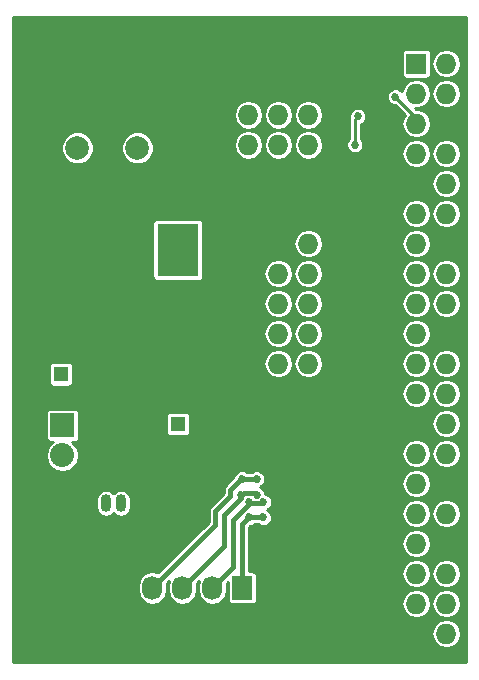
<source format=gbr>
G04 #@! TF.FileFunction,Copper,L2,Bot,Signal*
%FSLAX46Y46*%
G04 Gerber Fmt 4.6, Leading zero omitted, Abs format (unit mm)*
G04 Created by KiCad (PCBNEW 4.0.2-4+6225~38~ubuntu14.04.1-stable) date Tue 01 Mar 2016 05:51:26 PM CST*
%MOMM*%
G01*
G04 APERTURE LIST*
%ADD10C,0.100000*%
%ADD11R,1.727200X1.727200*%
%ADD12O,1.727200X1.727200*%
%ADD13R,3.500000X4.500000*%
%ADD14R,3.500000X4.000000*%
%ADD15R,4.000000X3.500000*%
%ADD16R,1.727200X2.032000*%
%ADD17O,1.727200X2.032000*%
%ADD18C,2.000000*%
%ADD19R,2.032000X2.032000*%
%ADD20O,2.032000X2.032000*%
%ADD21O,0.899160X1.501140*%
%ADD22C,1.300000*%
%ADD23R,1.300000X1.300000*%
%ADD24C,0.685800*%
%ADD25C,0.914400*%
%ADD26C,0.254000*%
%ADD27C,0.762000*%
%ADD28C,0.381000*%
G04 APERTURE END LIST*
D10*
D11*
X179578000Y-94996000D03*
D12*
X182118000Y-94996000D03*
X179578000Y-97536000D03*
X182118000Y-97536000D03*
X179578000Y-100076000D03*
X182118000Y-100076000D03*
X179578000Y-102616000D03*
X182118000Y-102616000D03*
X179578000Y-105156000D03*
X182118000Y-105156000D03*
X179578000Y-107696000D03*
X182118000Y-107696000D03*
X179578000Y-110236000D03*
X182118000Y-110236000D03*
X179578000Y-112776000D03*
X182118000Y-112776000D03*
X179578000Y-115316000D03*
X182118000Y-115316000D03*
X179578000Y-117856000D03*
X182118000Y-117856000D03*
X179578000Y-120396000D03*
X182118000Y-120396000D03*
X179578000Y-122936000D03*
X182118000Y-122936000D03*
X179578000Y-125476000D03*
X182118000Y-125476000D03*
X179578000Y-128016000D03*
X182118000Y-128016000D03*
X179578000Y-130556000D03*
X182118000Y-130556000D03*
X179578000Y-133096000D03*
X182118000Y-133096000D03*
X179578000Y-135636000D03*
X182118000Y-135636000D03*
X179578000Y-138176000D03*
X182118000Y-138176000D03*
X179578000Y-140716000D03*
X182118000Y-140716000D03*
X179578000Y-143256000D03*
X182118000Y-143256000D03*
D13*
X159362140Y-110744000D03*
D14*
X153362660Y-110744000D03*
D15*
X156362400Y-115443000D03*
D16*
X164846000Y-139369800D03*
D17*
X162306000Y-139369800D03*
X159766000Y-139369800D03*
X157226000Y-139369800D03*
D18*
X155956000Y-102108000D03*
X153416000Y-102108000D03*
X150876000Y-102108000D03*
D19*
X149606000Y-125603000D03*
D20*
X149606000Y-128143000D03*
D21*
X154559000Y-132207000D03*
X155829000Y-132207000D03*
X153289000Y-132207000D03*
D11*
X162814000Y-101854000D03*
D12*
X162814000Y-99314000D03*
X165354000Y-101854000D03*
X165354000Y-99314000D03*
X167894000Y-101854000D03*
X167894000Y-99314000D03*
X170434000Y-101854000D03*
X170434000Y-99314000D03*
D22*
X149479000Y-118785000D03*
D23*
X149479000Y-121285000D03*
D22*
X156885000Y-125476000D03*
D23*
X159385000Y-125476000D03*
D11*
X167894000Y-110236000D03*
D12*
X170434000Y-110236000D03*
X167894000Y-112776000D03*
X170434000Y-112776000D03*
X167894000Y-115316000D03*
X170434000Y-115316000D03*
X167894000Y-117856000D03*
X170434000Y-117856000D03*
X167894000Y-120396000D03*
X170434000Y-120396000D03*
D24*
X171450000Y-141478000D03*
D25*
X164084000Y-95631000D03*
X162306000Y-95631000D03*
X164084000Y-108331000D03*
X162306000Y-108331000D03*
D24*
X169164000Y-105156000D03*
X171196000Y-106934000D03*
X171704000Y-132588000D03*
X169672000Y-132588000D03*
X171704000Y-131064000D03*
X169672000Y-131064000D03*
X170688000Y-132588000D03*
X170688000Y-131064000D03*
X171704000Y-133858000D03*
X169672000Y-133858000D03*
X170688000Y-133858000D03*
X170688000Y-129794000D03*
X169672000Y-129794000D03*
X173482000Y-126746000D03*
X171704000Y-129794000D03*
X161671000Y-131318000D03*
X161671000Y-132207000D03*
X161671000Y-130302000D03*
X161671000Y-133223000D03*
D25*
X160909000Y-115443000D03*
D24*
X176784000Y-94488000D03*
X175514000Y-102870000D03*
X150749000Y-141859000D03*
X161925000Y-126619000D03*
X167894000Y-136779000D03*
X160274000Y-135255000D03*
X173482000Y-140462000D03*
X174371000Y-101854000D03*
X174625000Y-99441000D03*
X177800000Y-97790000D03*
X165404800Y-133400800D03*
X166624000Y-133400800D03*
X165404800Y-132105400D03*
X166624000Y-132105400D03*
X164744400Y-131495800D03*
X166039800Y-131470400D03*
X164795200Y-130149600D03*
X166039800Y-130149600D03*
D26*
X170688000Y-132588000D02*
X171704000Y-132588000D01*
X170688000Y-132588000D02*
X169672000Y-132588000D01*
X170688000Y-131064000D02*
X171704000Y-131064000D01*
X170688000Y-131064000D02*
X169672000Y-131064000D01*
X170688000Y-133858000D02*
X170688000Y-132588000D01*
X170688000Y-129794000D02*
X170688000Y-131064000D01*
X170688000Y-133858000D02*
X171704000Y-133858000D01*
X170688000Y-133858000D02*
X169672000Y-133858000D01*
X170688000Y-129794000D02*
X170688000Y-133858000D01*
X171704000Y-129794000D02*
X170688000Y-129794000D01*
X171704000Y-129794000D02*
X169672000Y-129794000D01*
X173482000Y-126746000D02*
X173482000Y-128016000D01*
X173482000Y-128016000D02*
X171704000Y-129794000D01*
D27*
X156362400Y-115443000D02*
X160909000Y-115443000D01*
D26*
X174371000Y-99695000D02*
X174371000Y-101854000D01*
X174625000Y-99441000D02*
X174371000Y-99695000D01*
X177800000Y-97790000D02*
X179578000Y-99568000D01*
X179578000Y-99568000D02*
X179578000Y-100076000D01*
X179578000Y-138176000D02*
X179324000Y-138176000D01*
D28*
X164846000Y-139369800D02*
X164846000Y-133959600D01*
X164846000Y-133959600D02*
X165404800Y-133400800D01*
X166624000Y-133400800D02*
X165404800Y-133400800D01*
X165404800Y-132105400D02*
X165404800Y-132283200D01*
X164084000Y-137591800D02*
X162306000Y-139369800D01*
X164084000Y-133604000D02*
X164084000Y-137591800D01*
X165404800Y-132283200D02*
X164084000Y-133604000D01*
X165404800Y-132105400D02*
X165506400Y-132105400D01*
X166522400Y-132207000D02*
X166624000Y-132105400D01*
X165608000Y-132207000D02*
X166522400Y-132207000D01*
X165506400Y-132105400D02*
X165608000Y-132207000D01*
X164744400Y-131495800D02*
X164744400Y-131800600D01*
X163322000Y-135813800D02*
X159766000Y-139369800D01*
X163322000Y-133223000D02*
X163322000Y-135813800D01*
X164744400Y-131800600D02*
X163322000Y-133223000D01*
X164744400Y-131495800D02*
X164820600Y-131495800D01*
X165938200Y-131368800D02*
X166039800Y-131470400D01*
X164947600Y-131368800D02*
X165938200Y-131368800D01*
X164820600Y-131495800D02*
X164947600Y-131368800D01*
X164795200Y-130149600D02*
X164744400Y-130149600D01*
X162560000Y-134035800D02*
X157226000Y-139369800D01*
X162560000Y-132842000D02*
X162560000Y-134035800D01*
X163830000Y-131572000D02*
X162560000Y-132842000D01*
X163830000Y-131064000D02*
X163830000Y-131572000D01*
X164744400Y-130149600D02*
X163830000Y-131064000D01*
X166039800Y-130149600D02*
X164795200Y-130149600D01*
D26*
G36*
X183769000Y-145669000D02*
X145415000Y-145669000D01*
X145415000Y-143256000D01*
X180849017Y-143256000D01*
X180943757Y-143732288D01*
X181213552Y-144136065D01*
X181617329Y-144405860D01*
X182093617Y-144500600D01*
X182142383Y-144500600D01*
X182618671Y-144405860D01*
X183022448Y-144136065D01*
X183292243Y-143732288D01*
X183386983Y-143256000D01*
X183292243Y-142779712D01*
X183022448Y-142375935D01*
X182618671Y-142106140D01*
X182142383Y-142011400D01*
X182093617Y-142011400D01*
X181617329Y-142106140D01*
X181213552Y-142375935D01*
X180943757Y-142779712D01*
X180849017Y-143256000D01*
X145415000Y-143256000D01*
X145415000Y-139190031D01*
X155981400Y-139190031D01*
X155981400Y-139549569D01*
X156076140Y-140025857D01*
X156345935Y-140429634D01*
X156749712Y-140699429D01*
X157226000Y-140794169D01*
X157702288Y-140699429D01*
X158106065Y-140429634D01*
X158375860Y-140025857D01*
X158470600Y-139549569D01*
X158470600Y-139190031D01*
X158428026Y-138975998D01*
X158597731Y-138806293D01*
X158521400Y-139190031D01*
X158521400Y-139549569D01*
X158616140Y-140025857D01*
X158885935Y-140429634D01*
X159289712Y-140699429D01*
X159766000Y-140794169D01*
X160242288Y-140699429D01*
X160646065Y-140429634D01*
X160915860Y-140025857D01*
X161010600Y-139549569D01*
X161010600Y-139190031D01*
X160968026Y-138975998D01*
X161137731Y-138806293D01*
X161061400Y-139190031D01*
X161061400Y-139549569D01*
X161156140Y-140025857D01*
X161425935Y-140429634D01*
X161829712Y-140699429D01*
X162306000Y-140794169D01*
X162782288Y-140699429D01*
X163186065Y-140429634D01*
X163455860Y-140025857D01*
X163550600Y-139549569D01*
X163550600Y-139190031D01*
X163508026Y-138975998D01*
X163593936Y-138890088D01*
X163593936Y-140385800D01*
X163620503Y-140526990D01*
X163703946Y-140656665D01*
X163831266Y-140743659D01*
X163982400Y-140774264D01*
X165709600Y-140774264D01*
X165850790Y-140747697D01*
X165900048Y-140716000D01*
X178309017Y-140716000D01*
X178403757Y-141192288D01*
X178673552Y-141596065D01*
X179077329Y-141865860D01*
X179553617Y-141960600D01*
X179602383Y-141960600D01*
X180078671Y-141865860D01*
X180482448Y-141596065D01*
X180752243Y-141192288D01*
X180846983Y-140716000D01*
X180849017Y-140716000D01*
X180943757Y-141192288D01*
X181213552Y-141596065D01*
X181617329Y-141865860D01*
X182093617Y-141960600D01*
X182142383Y-141960600D01*
X182618671Y-141865860D01*
X183022448Y-141596065D01*
X183292243Y-141192288D01*
X183386983Y-140716000D01*
X183292243Y-140239712D01*
X183022448Y-139835935D01*
X182618671Y-139566140D01*
X182142383Y-139471400D01*
X182093617Y-139471400D01*
X181617329Y-139566140D01*
X181213552Y-139835935D01*
X180943757Y-140239712D01*
X180849017Y-140716000D01*
X180846983Y-140716000D01*
X180752243Y-140239712D01*
X180482448Y-139835935D01*
X180078671Y-139566140D01*
X179602383Y-139471400D01*
X179553617Y-139471400D01*
X179077329Y-139566140D01*
X178673552Y-139835935D01*
X178403757Y-140239712D01*
X178309017Y-140716000D01*
X165900048Y-140716000D01*
X165980465Y-140664254D01*
X166067459Y-140536934D01*
X166098064Y-140385800D01*
X166098064Y-138353800D01*
X166071497Y-138212610D01*
X166047940Y-138176000D01*
X178309017Y-138176000D01*
X178403757Y-138652288D01*
X178673552Y-139056065D01*
X179077329Y-139325860D01*
X179553617Y-139420600D01*
X179602383Y-139420600D01*
X180078671Y-139325860D01*
X180482448Y-139056065D01*
X180752243Y-138652288D01*
X180846983Y-138176000D01*
X180849017Y-138176000D01*
X180943757Y-138652288D01*
X181213552Y-139056065D01*
X181617329Y-139325860D01*
X182093617Y-139420600D01*
X182142383Y-139420600D01*
X182618671Y-139325860D01*
X183022448Y-139056065D01*
X183292243Y-138652288D01*
X183386983Y-138176000D01*
X183292243Y-137699712D01*
X183022448Y-137295935D01*
X182618671Y-137026140D01*
X182142383Y-136931400D01*
X182093617Y-136931400D01*
X181617329Y-137026140D01*
X181213552Y-137295935D01*
X180943757Y-137699712D01*
X180849017Y-138176000D01*
X180846983Y-138176000D01*
X180752243Y-137699712D01*
X180482448Y-137295935D01*
X180078671Y-137026140D01*
X179602383Y-136931400D01*
X179553617Y-136931400D01*
X179077329Y-137026140D01*
X178673552Y-137295935D01*
X178403757Y-137699712D01*
X178309017Y-138176000D01*
X166047940Y-138176000D01*
X165988054Y-138082935D01*
X165860734Y-137995941D01*
X165709600Y-137965336D01*
X165417500Y-137965336D01*
X165417500Y-135636000D01*
X178309017Y-135636000D01*
X178403757Y-136112288D01*
X178673552Y-136516065D01*
X179077329Y-136785860D01*
X179553617Y-136880600D01*
X179602383Y-136880600D01*
X180078671Y-136785860D01*
X180482448Y-136516065D01*
X180752243Y-136112288D01*
X180846983Y-135636000D01*
X180752243Y-135159712D01*
X180482448Y-134755935D01*
X180078671Y-134486140D01*
X179602383Y-134391400D01*
X179553617Y-134391400D01*
X179077329Y-134486140D01*
X178673552Y-134755935D01*
X178403757Y-135159712D01*
X178309017Y-135636000D01*
X165417500Y-135636000D01*
X165417500Y-134196324D01*
X165489050Y-134124773D01*
X165548161Y-134124825D01*
X165814321Y-134014850D01*
X165856945Y-133972300D01*
X166171646Y-133972300D01*
X166213408Y-134014135D01*
X166479376Y-134124574D01*
X166767361Y-134124825D01*
X167033521Y-134014850D01*
X167237335Y-133811392D01*
X167347774Y-133545424D01*
X167348025Y-133257439D01*
X167281320Y-133096000D01*
X178309017Y-133096000D01*
X178403757Y-133572288D01*
X178673552Y-133976065D01*
X179077329Y-134245860D01*
X179553617Y-134340600D01*
X179602383Y-134340600D01*
X180078671Y-134245860D01*
X180482448Y-133976065D01*
X180752243Y-133572288D01*
X180846983Y-133096000D01*
X180849017Y-133096000D01*
X180943757Y-133572288D01*
X181213552Y-133976065D01*
X181617329Y-134245860D01*
X182093617Y-134340600D01*
X182142383Y-134340600D01*
X182618671Y-134245860D01*
X183022448Y-133976065D01*
X183292243Y-133572288D01*
X183386983Y-133096000D01*
X183292243Y-132619712D01*
X183022448Y-132215935D01*
X182618671Y-131946140D01*
X182142383Y-131851400D01*
X182093617Y-131851400D01*
X181617329Y-131946140D01*
X181213552Y-132215935D01*
X180943757Y-132619712D01*
X180849017Y-133096000D01*
X180846983Y-133096000D01*
X180752243Y-132619712D01*
X180482448Y-132215935D01*
X180078671Y-131946140D01*
X179602383Y-131851400D01*
X179553617Y-131851400D01*
X179077329Y-131946140D01*
X178673552Y-132215935D01*
X178403757Y-132619712D01*
X178309017Y-133096000D01*
X167281320Y-133096000D01*
X167238050Y-132991279D01*
X167034592Y-132787465D01*
X166951956Y-132753152D01*
X167033521Y-132719450D01*
X167237335Y-132515992D01*
X167347774Y-132250024D01*
X167348025Y-131962039D01*
X167238050Y-131695879D01*
X167034592Y-131492065D01*
X166768624Y-131381626D01*
X166763777Y-131381622D01*
X166763825Y-131327039D01*
X166653850Y-131060879D01*
X166450392Y-130857065D01*
X166337096Y-130810021D01*
X166449321Y-130763650D01*
X166653135Y-130560192D01*
X166654875Y-130556000D01*
X178309017Y-130556000D01*
X178403757Y-131032288D01*
X178673552Y-131436065D01*
X179077329Y-131705860D01*
X179553617Y-131800600D01*
X179602383Y-131800600D01*
X180078671Y-131705860D01*
X180482448Y-131436065D01*
X180752243Y-131032288D01*
X180846983Y-130556000D01*
X180752243Y-130079712D01*
X180482448Y-129675935D01*
X180078671Y-129406140D01*
X179602383Y-129311400D01*
X179553617Y-129311400D01*
X179077329Y-129406140D01*
X178673552Y-129675935D01*
X178403757Y-130079712D01*
X178309017Y-130556000D01*
X166654875Y-130556000D01*
X166763574Y-130294224D01*
X166763825Y-130006239D01*
X166653850Y-129740079D01*
X166450392Y-129536265D01*
X166184424Y-129425826D01*
X165896439Y-129425575D01*
X165630279Y-129535550D01*
X165587655Y-129578100D01*
X165247554Y-129578100D01*
X165205792Y-129536265D01*
X164939824Y-129425826D01*
X164651839Y-129425575D01*
X164385679Y-129535550D01*
X164181865Y-129739008D01*
X164071426Y-130004976D01*
X164071418Y-130014359D01*
X163425888Y-130659888D01*
X163302003Y-130845296D01*
X163302003Y-130845297D01*
X163258499Y-131064000D01*
X163258500Y-131064005D01*
X163258500Y-131335277D01*
X162155888Y-132437888D01*
X162032003Y-132623296D01*
X162032003Y-132623297D01*
X161988499Y-132842000D01*
X161988500Y-132842005D01*
X161988500Y-133799077D01*
X157729334Y-138058242D01*
X157702288Y-138040171D01*
X157226000Y-137945431D01*
X156749712Y-138040171D01*
X156345935Y-138309966D01*
X156076140Y-138713743D01*
X155981400Y-139190031D01*
X145415000Y-139190031D01*
X145415000Y-131883841D01*
X152458420Y-131883841D01*
X152458420Y-132530159D01*
X152521644Y-132848008D01*
X152701691Y-133117468D01*
X152971151Y-133297515D01*
X153289000Y-133360739D01*
X153606849Y-133297515D01*
X153876309Y-133117468D01*
X153924000Y-133046093D01*
X153971691Y-133117468D01*
X154241151Y-133297515D01*
X154559000Y-133360739D01*
X154876849Y-133297515D01*
X155146309Y-133117468D01*
X155326356Y-132848008D01*
X155389580Y-132530159D01*
X155389580Y-131883841D01*
X155326356Y-131565992D01*
X155146309Y-131296532D01*
X154876849Y-131116485D01*
X154559000Y-131053261D01*
X154241151Y-131116485D01*
X153971691Y-131296532D01*
X153924000Y-131367907D01*
X153876309Y-131296532D01*
X153606849Y-131116485D01*
X153289000Y-131053261D01*
X152971151Y-131116485D01*
X152701691Y-131296532D01*
X152521644Y-131565992D01*
X152458420Y-131883841D01*
X145415000Y-131883841D01*
X145415000Y-128143000D01*
X148181631Y-128143000D01*
X148287971Y-128677609D01*
X148590803Y-129130828D01*
X149044022Y-129433660D01*
X149578631Y-129540000D01*
X149633369Y-129540000D01*
X150167978Y-129433660D01*
X150621197Y-129130828D01*
X150924029Y-128677609D01*
X151030369Y-128143000D01*
X151005108Y-128016000D01*
X178309017Y-128016000D01*
X178403757Y-128492288D01*
X178673552Y-128896065D01*
X179077329Y-129165860D01*
X179553617Y-129260600D01*
X179602383Y-129260600D01*
X180078671Y-129165860D01*
X180482448Y-128896065D01*
X180752243Y-128492288D01*
X180846983Y-128016000D01*
X180849017Y-128016000D01*
X180943757Y-128492288D01*
X181213552Y-128896065D01*
X181617329Y-129165860D01*
X182093617Y-129260600D01*
X182142383Y-129260600D01*
X182618671Y-129165860D01*
X183022448Y-128896065D01*
X183292243Y-128492288D01*
X183386983Y-128016000D01*
X183292243Y-127539712D01*
X183022448Y-127135935D01*
X182618671Y-126866140D01*
X182142383Y-126771400D01*
X182093617Y-126771400D01*
X181617329Y-126866140D01*
X181213552Y-127135935D01*
X180943757Y-127539712D01*
X180849017Y-128016000D01*
X180846983Y-128016000D01*
X180752243Y-127539712D01*
X180482448Y-127135935D01*
X180078671Y-126866140D01*
X179602383Y-126771400D01*
X179553617Y-126771400D01*
X179077329Y-126866140D01*
X178673552Y-127135935D01*
X178403757Y-127539712D01*
X178309017Y-128016000D01*
X151005108Y-128016000D01*
X150924029Y-127608391D01*
X150621197Y-127155172D01*
X150400137Y-127007464D01*
X150622000Y-127007464D01*
X150763190Y-126980897D01*
X150892865Y-126897454D01*
X150979859Y-126770134D01*
X151010464Y-126619000D01*
X151010464Y-124826000D01*
X158346536Y-124826000D01*
X158346536Y-126126000D01*
X158373103Y-126267190D01*
X158456546Y-126396865D01*
X158583866Y-126483859D01*
X158735000Y-126514464D01*
X160035000Y-126514464D01*
X160176190Y-126487897D01*
X160305865Y-126404454D01*
X160392859Y-126277134D01*
X160423464Y-126126000D01*
X160423464Y-125476000D01*
X180849017Y-125476000D01*
X180943757Y-125952288D01*
X181213552Y-126356065D01*
X181617329Y-126625860D01*
X182093617Y-126720600D01*
X182142383Y-126720600D01*
X182618671Y-126625860D01*
X183022448Y-126356065D01*
X183292243Y-125952288D01*
X183386983Y-125476000D01*
X183292243Y-124999712D01*
X183022448Y-124595935D01*
X182618671Y-124326140D01*
X182142383Y-124231400D01*
X182093617Y-124231400D01*
X181617329Y-124326140D01*
X181213552Y-124595935D01*
X180943757Y-124999712D01*
X180849017Y-125476000D01*
X160423464Y-125476000D01*
X160423464Y-124826000D01*
X160396897Y-124684810D01*
X160313454Y-124555135D01*
X160186134Y-124468141D01*
X160035000Y-124437536D01*
X158735000Y-124437536D01*
X158593810Y-124464103D01*
X158464135Y-124547546D01*
X158377141Y-124674866D01*
X158346536Y-124826000D01*
X151010464Y-124826000D01*
X151010464Y-124587000D01*
X150983897Y-124445810D01*
X150900454Y-124316135D01*
X150773134Y-124229141D01*
X150622000Y-124198536D01*
X148590000Y-124198536D01*
X148448810Y-124225103D01*
X148319135Y-124308546D01*
X148232141Y-124435866D01*
X148201536Y-124587000D01*
X148201536Y-126619000D01*
X148228103Y-126760190D01*
X148311546Y-126889865D01*
X148438866Y-126976859D01*
X148590000Y-127007464D01*
X148811863Y-127007464D01*
X148590803Y-127155172D01*
X148287971Y-127608391D01*
X148181631Y-128143000D01*
X145415000Y-128143000D01*
X145415000Y-122936000D01*
X178309017Y-122936000D01*
X178403757Y-123412288D01*
X178673552Y-123816065D01*
X179077329Y-124085860D01*
X179553617Y-124180600D01*
X179602383Y-124180600D01*
X180078671Y-124085860D01*
X180482448Y-123816065D01*
X180752243Y-123412288D01*
X180846983Y-122936000D01*
X180849017Y-122936000D01*
X180943757Y-123412288D01*
X181213552Y-123816065D01*
X181617329Y-124085860D01*
X182093617Y-124180600D01*
X182142383Y-124180600D01*
X182618671Y-124085860D01*
X183022448Y-123816065D01*
X183292243Y-123412288D01*
X183386983Y-122936000D01*
X183292243Y-122459712D01*
X183022448Y-122055935D01*
X182618671Y-121786140D01*
X182142383Y-121691400D01*
X182093617Y-121691400D01*
X181617329Y-121786140D01*
X181213552Y-122055935D01*
X180943757Y-122459712D01*
X180849017Y-122936000D01*
X180846983Y-122936000D01*
X180752243Y-122459712D01*
X180482448Y-122055935D01*
X180078671Y-121786140D01*
X179602383Y-121691400D01*
X179553617Y-121691400D01*
X179077329Y-121786140D01*
X178673552Y-122055935D01*
X178403757Y-122459712D01*
X178309017Y-122936000D01*
X145415000Y-122936000D01*
X145415000Y-120635000D01*
X148440536Y-120635000D01*
X148440536Y-121935000D01*
X148467103Y-122076190D01*
X148550546Y-122205865D01*
X148677866Y-122292859D01*
X148829000Y-122323464D01*
X150129000Y-122323464D01*
X150270190Y-122296897D01*
X150399865Y-122213454D01*
X150486859Y-122086134D01*
X150517464Y-121935000D01*
X150517464Y-120635000D01*
X150490897Y-120493810D01*
X150427959Y-120396000D01*
X166625017Y-120396000D01*
X166719757Y-120872288D01*
X166989552Y-121276065D01*
X167393329Y-121545860D01*
X167869617Y-121640600D01*
X167918383Y-121640600D01*
X168394671Y-121545860D01*
X168798448Y-121276065D01*
X169068243Y-120872288D01*
X169162983Y-120396000D01*
X169165017Y-120396000D01*
X169259757Y-120872288D01*
X169529552Y-121276065D01*
X169933329Y-121545860D01*
X170409617Y-121640600D01*
X170458383Y-121640600D01*
X170934671Y-121545860D01*
X171338448Y-121276065D01*
X171608243Y-120872288D01*
X171702983Y-120396000D01*
X178309017Y-120396000D01*
X178403757Y-120872288D01*
X178673552Y-121276065D01*
X179077329Y-121545860D01*
X179553617Y-121640600D01*
X179602383Y-121640600D01*
X180078671Y-121545860D01*
X180482448Y-121276065D01*
X180752243Y-120872288D01*
X180846983Y-120396000D01*
X180849017Y-120396000D01*
X180943757Y-120872288D01*
X181213552Y-121276065D01*
X181617329Y-121545860D01*
X182093617Y-121640600D01*
X182142383Y-121640600D01*
X182618671Y-121545860D01*
X183022448Y-121276065D01*
X183292243Y-120872288D01*
X183386983Y-120396000D01*
X183292243Y-119919712D01*
X183022448Y-119515935D01*
X182618671Y-119246140D01*
X182142383Y-119151400D01*
X182093617Y-119151400D01*
X181617329Y-119246140D01*
X181213552Y-119515935D01*
X180943757Y-119919712D01*
X180849017Y-120396000D01*
X180846983Y-120396000D01*
X180752243Y-119919712D01*
X180482448Y-119515935D01*
X180078671Y-119246140D01*
X179602383Y-119151400D01*
X179553617Y-119151400D01*
X179077329Y-119246140D01*
X178673552Y-119515935D01*
X178403757Y-119919712D01*
X178309017Y-120396000D01*
X171702983Y-120396000D01*
X171608243Y-119919712D01*
X171338448Y-119515935D01*
X170934671Y-119246140D01*
X170458383Y-119151400D01*
X170409617Y-119151400D01*
X169933329Y-119246140D01*
X169529552Y-119515935D01*
X169259757Y-119919712D01*
X169165017Y-120396000D01*
X169162983Y-120396000D01*
X169068243Y-119919712D01*
X168798448Y-119515935D01*
X168394671Y-119246140D01*
X167918383Y-119151400D01*
X167869617Y-119151400D01*
X167393329Y-119246140D01*
X166989552Y-119515935D01*
X166719757Y-119919712D01*
X166625017Y-120396000D01*
X150427959Y-120396000D01*
X150407454Y-120364135D01*
X150280134Y-120277141D01*
X150129000Y-120246536D01*
X148829000Y-120246536D01*
X148687810Y-120273103D01*
X148558135Y-120356546D01*
X148471141Y-120483866D01*
X148440536Y-120635000D01*
X145415000Y-120635000D01*
X145415000Y-117856000D01*
X166625017Y-117856000D01*
X166719757Y-118332288D01*
X166989552Y-118736065D01*
X167393329Y-119005860D01*
X167869617Y-119100600D01*
X167918383Y-119100600D01*
X168394671Y-119005860D01*
X168798448Y-118736065D01*
X169068243Y-118332288D01*
X169162983Y-117856000D01*
X169165017Y-117856000D01*
X169259757Y-118332288D01*
X169529552Y-118736065D01*
X169933329Y-119005860D01*
X170409617Y-119100600D01*
X170458383Y-119100600D01*
X170934671Y-119005860D01*
X171338448Y-118736065D01*
X171608243Y-118332288D01*
X171702983Y-117856000D01*
X178309017Y-117856000D01*
X178403757Y-118332288D01*
X178673552Y-118736065D01*
X179077329Y-119005860D01*
X179553617Y-119100600D01*
X179602383Y-119100600D01*
X180078671Y-119005860D01*
X180482448Y-118736065D01*
X180752243Y-118332288D01*
X180846983Y-117856000D01*
X180752243Y-117379712D01*
X180482448Y-116975935D01*
X180078671Y-116706140D01*
X179602383Y-116611400D01*
X179553617Y-116611400D01*
X179077329Y-116706140D01*
X178673552Y-116975935D01*
X178403757Y-117379712D01*
X178309017Y-117856000D01*
X171702983Y-117856000D01*
X171608243Y-117379712D01*
X171338448Y-116975935D01*
X170934671Y-116706140D01*
X170458383Y-116611400D01*
X170409617Y-116611400D01*
X169933329Y-116706140D01*
X169529552Y-116975935D01*
X169259757Y-117379712D01*
X169165017Y-117856000D01*
X169162983Y-117856000D01*
X169068243Y-117379712D01*
X168798448Y-116975935D01*
X168394671Y-116706140D01*
X167918383Y-116611400D01*
X167869617Y-116611400D01*
X167393329Y-116706140D01*
X166989552Y-116975935D01*
X166719757Y-117379712D01*
X166625017Y-117856000D01*
X145415000Y-117856000D01*
X145415000Y-115316000D01*
X166625017Y-115316000D01*
X166719757Y-115792288D01*
X166989552Y-116196065D01*
X167393329Y-116465860D01*
X167869617Y-116560600D01*
X167918383Y-116560600D01*
X168394671Y-116465860D01*
X168798448Y-116196065D01*
X169068243Y-115792288D01*
X169162983Y-115316000D01*
X169165017Y-115316000D01*
X169259757Y-115792288D01*
X169529552Y-116196065D01*
X169933329Y-116465860D01*
X170409617Y-116560600D01*
X170458383Y-116560600D01*
X170934671Y-116465860D01*
X171338448Y-116196065D01*
X171608243Y-115792288D01*
X171702983Y-115316000D01*
X178309017Y-115316000D01*
X178403757Y-115792288D01*
X178673552Y-116196065D01*
X179077329Y-116465860D01*
X179553617Y-116560600D01*
X179602383Y-116560600D01*
X180078671Y-116465860D01*
X180482448Y-116196065D01*
X180752243Y-115792288D01*
X180846983Y-115316000D01*
X180849017Y-115316000D01*
X180943757Y-115792288D01*
X181213552Y-116196065D01*
X181617329Y-116465860D01*
X182093617Y-116560600D01*
X182142383Y-116560600D01*
X182618671Y-116465860D01*
X183022448Y-116196065D01*
X183292243Y-115792288D01*
X183386983Y-115316000D01*
X183292243Y-114839712D01*
X183022448Y-114435935D01*
X182618671Y-114166140D01*
X182142383Y-114071400D01*
X182093617Y-114071400D01*
X181617329Y-114166140D01*
X181213552Y-114435935D01*
X180943757Y-114839712D01*
X180849017Y-115316000D01*
X180846983Y-115316000D01*
X180752243Y-114839712D01*
X180482448Y-114435935D01*
X180078671Y-114166140D01*
X179602383Y-114071400D01*
X179553617Y-114071400D01*
X179077329Y-114166140D01*
X178673552Y-114435935D01*
X178403757Y-114839712D01*
X178309017Y-115316000D01*
X171702983Y-115316000D01*
X171608243Y-114839712D01*
X171338448Y-114435935D01*
X170934671Y-114166140D01*
X170458383Y-114071400D01*
X170409617Y-114071400D01*
X169933329Y-114166140D01*
X169529552Y-114435935D01*
X169259757Y-114839712D01*
X169165017Y-115316000D01*
X169162983Y-115316000D01*
X169068243Y-114839712D01*
X168798448Y-114435935D01*
X168394671Y-114166140D01*
X167918383Y-114071400D01*
X167869617Y-114071400D01*
X167393329Y-114166140D01*
X166989552Y-114435935D01*
X166719757Y-114839712D01*
X166625017Y-115316000D01*
X145415000Y-115316000D01*
X145415000Y-108494000D01*
X157223676Y-108494000D01*
X157223676Y-112994000D01*
X157250243Y-113135190D01*
X157333686Y-113264865D01*
X157461006Y-113351859D01*
X157612140Y-113382464D01*
X161112140Y-113382464D01*
X161253330Y-113355897D01*
X161383005Y-113272454D01*
X161469999Y-113145134D01*
X161500604Y-112994000D01*
X161500604Y-112776000D01*
X166625017Y-112776000D01*
X166719757Y-113252288D01*
X166989552Y-113656065D01*
X167393329Y-113925860D01*
X167869617Y-114020600D01*
X167918383Y-114020600D01*
X168394671Y-113925860D01*
X168798448Y-113656065D01*
X169068243Y-113252288D01*
X169162983Y-112776000D01*
X169165017Y-112776000D01*
X169259757Y-113252288D01*
X169529552Y-113656065D01*
X169933329Y-113925860D01*
X170409617Y-114020600D01*
X170458383Y-114020600D01*
X170934671Y-113925860D01*
X171338448Y-113656065D01*
X171608243Y-113252288D01*
X171702983Y-112776000D01*
X178309017Y-112776000D01*
X178403757Y-113252288D01*
X178673552Y-113656065D01*
X179077329Y-113925860D01*
X179553617Y-114020600D01*
X179602383Y-114020600D01*
X180078671Y-113925860D01*
X180482448Y-113656065D01*
X180752243Y-113252288D01*
X180846983Y-112776000D01*
X180849017Y-112776000D01*
X180943757Y-113252288D01*
X181213552Y-113656065D01*
X181617329Y-113925860D01*
X182093617Y-114020600D01*
X182142383Y-114020600D01*
X182618671Y-113925860D01*
X183022448Y-113656065D01*
X183292243Y-113252288D01*
X183386983Y-112776000D01*
X183292243Y-112299712D01*
X183022448Y-111895935D01*
X182618671Y-111626140D01*
X182142383Y-111531400D01*
X182093617Y-111531400D01*
X181617329Y-111626140D01*
X181213552Y-111895935D01*
X180943757Y-112299712D01*
X180849017Y-112776000D01*
X180846983Y-112776000D01*
X180752243Y-112299712D01*
X180482448Y-111895935D01*
X180078671Y-111626140D01*
X179602383Y-111531400D01*
X179553617Y-111531400D01*
X179077329Y-111626140D01*
X178673552Y-111895935D01*
X178403757Y-112299712D01*
X178309017Y-112776000D01*
X171702983Y-112776000D01*
X171608243Y-112299712D01*
X171338448Y-111895935D01*
X170934671Y-111626140D01*
X170458383Y-111531400D01*
X170409617Y-111531400D01*
X169933329Y-111626140D01*
X169529552Y-111895935D01*
X169259757Y-112299712D01*
X169165017Y-112776000D01*
X169162983Y-112776000D01*
X169068243Y-112299712D01*
X168798448Y-111895935D01*
X168394671Y-111626140D01*
X167918383Y-111531400D01*
X167869617Y-111531400D01*
X167393329Y-111626140D01*
X166989552Y-111895935D01*
X166719757Y-112299712D01*
X166625017Y-112776000D01*
X161500604Y-112776000D01*
X161500604Y-110236000D01*
X169165017Y-110236000D01*
X169259757Y-110712288D01*
X169529552Y-111116065D01*
X169933329Y-111385860D01*
X170409617Y-111480600D01*
X170458383Y-111480600D01*
X170934671Y-111385860D01*
X171338448Y-111116065D01*
X171608243Y-110712288D01*
X171702983Y-110236000D01*
X178309017Y-110236000D01*
X178403757Y-110712288D01*
X178673552Y-111116065D01*
X179077329Y-111385860D01*
X179553617Y-111480600D01*
X179602383Y-111480600D01*
X180078671Y-111385860D01*
X180482448Y-111116065D01*
X180752243Y-110712288D01*
X180846983Y-110236000D01*
X180752243Y-109759712D01*
X180482448Y-109355935D01*
X180078671Y-109086140D01*
X179602383Y-108991400D01*
X179553617Y-108991400D01*
X179077329Y-109086140D01*
X178673552Y-109355935D01*
X178403757Y-109759712D01*
X178309017Y-110236000D01*
X171702983Y-110236000D01*
X171608243Y-109759712D01*
X171338448Y-109355935D01*
X170934671Y-109086140D01*
X170458383Y-108991400D01*
X170409617Y-108991400D01*
X169933329Y-109086140D01*
X169529552Y-109355935D01*
X169259757Y-109759712D01*
X169165017Y-110236000D01*
X161500604Y-110236000D01*
X161500604Y-108494000D01*
X161474037Y-108352810D01*
X161390594Y-108223135D01*
X161263274Y-108136141D01*
X161112140Y-108105536D01*
X157612140Y-108105536D01*
X157470950Y-108132103D01*
X157341275Y-108215546D01*
X157254281Y-108342866D01*
X157223676Y-108494000D01*
X145415000Y-108494000D01*
X145415000Y-107696000D01*
X178309017Y-107696000D01*
X178403757Y-108172288D01*
X178673552Y-108576065D01*
X179077329Y-108845860D01*
X179553617Y-108940600D01*
X179602383Y-108940600D01*
X180078671Y-108845860D01*
X180482448Y-108576065D01*
X180752243Y-108172288D01*
X180846983Y-107696000D01*
X180849017Y-107696000D01*
X180943757Y-108172288D01*
X181213552Y-108576065D01*
X181617329Y-108845860D01*
X182093617Y-108940600D01*
X182142383Y-108940600D01*
X182618671Y-108845860D01*
X183022448Y-108576065D01*
X183292243Y-108172288D01*
X183386983Y-107696000D01*
X183292243Y-107219712D01*
X183022448Y-106815935D01*
X182618671Y-106546140D01*
X182142383Y-106451400D01*
X182093617Y-106451400D01*
X181617329Y-106546140D01*
X181213552Y-106815935D01*
X180943757Y-107219712D01*
X180849017Y-107696000D01*
X180846983Y-107696000D01*
X180752243Y-107219712D01*
X180482448Y-106815935D01*
X180078671Y-106546140D01*
X179602383Y-106451400D01*
X179553617Y-106451400D01*
X179077329Y-106546140D01*
X178673552Y-106815935D01*
X178403757Y-107219712D01*
X178309017Y-107696000D01*
X145415000Y-107696000D01*
X145415000Y-105156000D01*
X180849017Y-105156000D01*
X180943757Y-105632288D01*
X181213552Y-106036065D01*
X181617329Y-106305860D01*
X182093617Y-106400600D01*
X182142383Y-106400600D01*
X182618671Y-106305860D01*
X183022448Y-106036065D01*
X183292243Y-105632288D01*
X183386983Y-105156000D01*
X183292243Y-104679712D01*
X183022448Y-104275935D01*
X182618671Y-104006140D01*
X182142383Y-103911400D01*
X182093617Y-103911400D01*
X181617329Y-104006140D01*
X181213552Y-104275935D01*
X180943757Y-104679712D01*
X180849017Y-105156000D01*
X145415000Y-105156000D01*
X145415000Y-102381493D01*
X149494761Y-102381493D01*
X149704563Y-102889251D01*
X150092705Y-103278072D01*
X150600097Y-103488759D01*
X151149493Y-103489239D01*
X151657251Y-103279437D01*
X152046072Y-102891295D01*
X152256759Y-102383903D01*
X152256761Y-102381493D01*
X154574761Y-102381493D01*
X154784563Y-102889251D01*
X155172705Y-103278072D01*
X155680097Y-103488759D01*
X156229493Y-103489239D01*
X156737251Y-103279437D01*
X157126072Y-102891295D01*
X157336759Y-102383903D01*
X157337239Y-101834507D01*
X157335219Y-101829617D01*
X164109400Y-101829617D01*
X164109400Y-101878383D01*
X164204140Y-102354671D01*
X164473935Y-102758448D01*
X164877712Y-103028243D01*
X165354000Y-103122983D01*
X165830288Y-103028243D01*
X166234065Y-102758448D01*
X166503860Y-102354671D01*
X166598600Y-101878383D01*
X166598600Y-101829617D01*
X166649400Y-101829617D01*
X166649400Y-101878383D01*
X166744140Y-102354671D01*
X167013935Y-102758448D01*
X167417712Y-103028243D01*
X167894000Y-103122983D01*
X168370288Y-103028243D01*
X168774065Y-102758448D01*
X169043860Y-102354671D01*
X169138600Y-101878383D01*
X169138600Y-101829617D01*
X169189400Y-101829617D01*
X169189400Y-101878383D01*
X169284140Y-102354671D01*
X169553935Y-102758448D01*
X169957712Y-103028243D01*
X170434000Y-103122983D01*
X170910288Y-103028243D01*
X171314065Y-102758448D01*
X171409245Y-102616000D01*
X178309017Y-102616000D01*
X178403757Y-103092288D01*
X178673552Y-103496065D01*
X179077329Y-103765860D01*
X179553617Y-103860600D01*
X179602383Y-103860600D01*
X180078671Y-103765860D01*
X180482448Y-103496065D01*
X180752243Y-103092288D01*
X180846983Y-102616000D01*
X180849017Y-102616000D01*
X180943757Y-103092288D01*
X181213552Y-103496065D01*
X181617329Y-103765860D01*
X182093617Y-103860600D01*
X182142383Y-103860600D01*
X182618671Y-103765860D01*
X183022448Y-103496065D01*
X183292243Y-103092288D01*
X183386983Y-102616000D01*
X183292243Y-102139712D01*
X183022448Y-101735935D01*
X182618671Y-101466140D01*
X182142383Y-101371400D01*
X182093617Y-101371400D01*
X181617329Y-101466140D01*
X181213552Y-101735935D01*
X180943757Y-102139712D01*
X180849017Y-102616000D01*
X180846983Y-102616000D01*
X180752243Y-102139712D01*
X180482448Y-101735935D01*
X180078671Y-101466140D01*
X179602383Y-101371400D01*
X179553617Y-101371400D01*
X179077329Y-101466140D01*
X178673552Y-101735935D01*
X178403757Y-102139712D01*
X178309017Y-102616000D01*
X171409245Y-102616000D01*
X171583860Y-102354671D01*
X171654933Y-101997361D01*
X173646975Y-101997361D01*
X173756950Y-102263521D01*
X173960408Y-102467335D01*
X174226376Y-102577774D01*
X174514361Y-102578025D01*
X174780521Y-102468050D01*
X174984335Y-102264592D01*
X175094774Y-101998624D01*
X175095025Y-101710639D01*
X174985050Y-101444479D01*
X174879000Y-101338243D01*
X174879000Y-100119310D01*
X175034521Y-100055050D01*
X175238335Y-99851592D01*
X175348774Y-99585624D01*
X175349025Y-99297639D01*
X175239050Y-99031479D01*
X175035592Y-98827665D01*
X174769624Y-98717226D01*
X174481639Y-98716975D01*
X174215479Y-98826950D01*
X174011665Y-99030408D01*
X173901226Y-99296376D01*
X173901045Y-99503733D01*
X173863000Y-99695000D01*
X173863000Y-101338257D01*
X173757665Y-101443408D01*
X173647226Y-101709376D01*
X173646975Y-101997361D01*
X171654933Y-101997361D01*
X171678600Y-101878383D01*
X171678600Y-101829617D01*
X171583860Y-101353329D01*
X171314065Y-100949552D01*
X170910288Y-100679757D01*
X170434000Y-100585017D01*
X169957712Y-100679757D01*
X169553935Y-100949552D01*
X169284140Y-101353329D01*
X169189400Y-101829617D01*
X169138600Y-101829617D01*
X169043860Y-101353329D01*
X168774065Y-100949552D01*
X168370288Y-100679757D01*
X167894000Y-100585017D01*
X167417712Y-100679757D01*
X167013935Y-100949552D01*
X166744140Y-101353329D01*
X166649400Y-101829617D01*
X166598600Y-101829617D01*
X166503860Y-101353329D01*
X166234065Y-100949552D01*
X165830288Y-100679757D01*
X165354000Y-100585017D01*
X164877712Y-100679757D01*
X164473935Y-100949552D01*
X164204140Y-101353329D01*
X164109400Y-101829617D01*
X157335219Y-101829617D01*
X157127437Y-101326749D01*
X156739295Y-100937928D01*
X156231903Y-100727241D01*
X155682507Y-100726761D01*
X155174749Y-100936563D01*
X154785928Y-101324705D01*
X154575241Y-101832097D01*
X154574761Y-102381493D01*
X152256761Y-102381493D01*
X152257239Y-101834507D01*
X152047437Y-101326749D01*
X151659295Y-100937928D01*
X151151903Y-100727241D01*
X150602507Y-100726761D01*
X150094749Y-100936563D01*
X149705928Y-101324705D01*
X149495241Y-101832097D01*
X149494761Y-102381493D01*
X145415000Y-102381493D01*
X145415000Y-99289617D01*
X164109400Y-99289617D01*
X164109400Y-99338383D01*
X164204140Y-99814671D01*
X164473935Y-100218448D01*
X164877712Y-100488243D01*
X165354000Y-100582983D01*
X165830288Y-100488243D01*
X166234065Y-100218448D01*
X166503860Y-99814671D01*
X166598600Y-99338383D01*
X166598600Y-99289617D01*
X166649400Y-99289617D01*
X166649400Y-99338383D01*
X166744140Y-99814671D01*
X167013935Y-100218448D01*
X167417712Y-100488243D01*
X167894000Y-100582983D01*
X168370288Y-100488243D01*
X168774065Y-100218448D01*
X169043860Y-99814671D01*
X169138600Y-99338383D01*
X169138600Y-99289617D01*
X169189400Y-99289617D01*
X169189400Y-99338383D01*
X169284140Y-99814671D01*
X169553935Y-100218448D01*
X169957712Y-100488243D01*
X170434000Y-100582983D01*
X170910288Y-100488243D01*
X171314065Y-100218448D01*
X171583860Y-99814671D01*
X171678600Y-99338383D01*
X171678600Y-99289617D01*
X171583860Y-98813329D01*
X171314065Y-98409552D01*
X170910288Y-98139757D01*
X170434000Y-98045017D01*
X169957712Y-98139757D01*
X169553935Y-98409552D01*
X169284140Y-98813329D01*
X169189400Y-99289617D01*
X169138600Y-99289617D01*
X169043860Y-98813329D01*
X168774065Y-98409552D01*
X168370288Y-98139757D01*
X167894000Y-98045017D01*
X167417712Y-98139757D01*
X167013935Y-98409552D01*
X166744140Y-98813329D01*
X166649400Y-99289617D01*
X166598600Y-99289617D01*
X166503860Y-98813329D01*
X166234065Y-98409552D01*
X165830288Y-98139757D01*
X165354000Y-98045017D01*
X164877712Y-98139757D01*
X164473935Y-98409552D01*
X164204140Y-98813329D01*
X164109400Y-99289617D01*
X145415000Y-99289617D01*
X145415000Y-97933361D01*
X177075975Y-97933361D01*
X177185950Y-98199521D01*
X177389408Y-98403335D01*
X177655376Y-98513774D01*
X177805485Y-98513905D01*
X178599036Y-99307456D01*
X178403757Y-99599712D01*
X178309017Y-100076000D01*
X178403757Y-100552288D01*
X178673552Y-100956065D01*
X179077329Y-101225860D01*
X179553617Y-101320600D01*
X179602383Y-101320600D01*
X180078671Y-101225860D01*
X180482448Y-100956065D01*
X180752243Y-100552288D01*
X180846983Y-100076000D01*
X180752243Y-99599712D01*
X180482448Y-99195935D01*
X180078671Y-98926140D01*
X179602383Y-98831400D01*
X179559820Y-98831400D01*
X179497946Y-98769526D01*
X179553617Y-98780600D01*
X179602383Y-98780600D01*
X180078671Y-98685860D01*
X180482448Y-98416065D01*
X180752243Y-98012288D01*
X180846983Y-97536000D01*
X180849017Y-97536000D01*
X180943757Y-98012288D01*
X181213552Y-98416065D01*
X181617329Y-98685860D01*
X182093617Y-98780600D01*
X182142383Y-98780600D01*
X182618671Y-98685860D01*
X183022448Y-98416065D01*
X183292243Y-98012288D01*
X183386983Y-97536000D01*
X183292243Y-97059712D01*
X183022448Y-96655935D01*
X182618671Y-96386140D01*
X182142383Y-96291400D01*
X182093617Y-96291400D01*
X181617329Y-96386140D01*
X181213552Y-96655935D01*
X180943757Y-97059712D01*
X180849017Y-97536000D01*
X180846983Y-97536000D01*
X180752243Y-97059712D01*
X180482448Y-96655935D01*
X180078671Y-96386140D01*
X179602383Y-96291400D01*
X179553617Y-96291400D01*
X179077329Y-96386140D01*
X178673552Y-96655935D01*
X178403757Y-97059712D01*
X178352264Y-97318585D01*
X178210592Y-97176665D01*
X177944624Y-97066226D01*
X177656639Y-97065975D01*
X177390479Y-97175950D01*
X177186665Y-97379408D01*
X177076226Y-97645376D01*
X177075975Y-97933361D01*
X145415000Y-97933361D01*
X145415000Y-94132400D01*
X178325936Y-94132400D01*
X178325936Y-95859600D01*
X178352503Y-96000790D01*
X178435946Y-96130465D01*
X178563266Y-96217459D01*
X178714400Y-96248064D01*
X180441600Y-96248064D01*
X180582790Y-96221497D01*
X180712465Y-96138054D01*
X180799459Y-96010734D01*
X180830064Y-95859600D01*
X180830064Y-94996000D01*
X180849017Y-94996000D01*
X180943757Y-95472288D01*
X181213552Y-95876065D01*
X181617329Y-96145860D01*
X182093617Y-96240600D01*
X182142383Y-96240600D01*
X182618671Y-96145860D01*
X183022448Y-95876065D01*
X183292243Y-95472288D01*
X183386983Y-94996000D01*
X183292243Y-94519712D01*
X183022448Y-94115935D01*
X182618671Y-93846140D01*
X182142383Y-93751400D01*
X182093617Y-93751400D01*
X181617329Y-93846140D01*
X181213552Y-94115935D01*
X180943757Y-94519712D01*
X180849017Y-94996000D01*
X180830064Y-94996000D01*
X180830064Y-94132400D01*
X180803497Y-93991210D01*
X180720054Y-93861535D01*
X180592734Y-93774541D01*
X180441600Y-93743936D01*
X178714400Y-93743936D01*
X178573210Y-93770503D01*
X178443535Y-93853946D01*
X178356541Y-93981266D01*
X178325936Y-94132400D01*
X145415000Y-94132400D01*
X145415000Y-91059000D01*
X183769000Y-91059000D01*
X183769000Y-145669000D01*
X183769000Y-145669000D01*
G37*
X183769000Y-145669000D02*
X145415000Y-145669000D01*
X145415000Y-143256000D01*
X180849017Y-143256000D01*
X180943757Y-143732288D01*
X181213552Y-144136065D01*
X181617329Y-144405860D01*
X182093617Y-144500600D01*
X182142383Y-144500600D01*
X182618671Y-144405860D01*
X183022448Y-144136065D01*
X183292243Y-143732288D01*
X183386983Y-143256000D01*
X183292243Y-142779712D01*
X183022448Y-142375935D01*
X182618671Y-142106140D01*
X182142383Y-142011400D01*
X182093617Y-142011400D01*
X181617329Y-142106140D01*
X181213552Y-142375935D01*
X180943757Y-142779712D01*
X180849017Y-143256000D01*
X145415000Y-143256000D01*
X145415000Y-139190031D01*
X155981400Y-139190031D01*
X155981400Y-139549569D01*
X156076140Y-140025857D01*
X156345935Y-140429634D01*
X156749712Y-140699429D01*
X157226000Y-140794169D01*
X157702288Y-140699429D01*
X158106065Y-140429634D01*
X158375860Y-140025857D01*
X158470600Y-139549569D01*
X158470600Y-139190031D01*
X158428026Y-138975998D01*
X158597731Y-138806293D01*
X158521400Y-139190031D01*
X158521400Y-139549569D01*
X158616140Y-140025857D01*
X158885935Y-140429634D01*
X159289712Y-140699429D01*
X159766000Y-140794169D01*
X160242288Y-140699429D01*
X160646065Y-140429634D01*
X160915860Y-140025857D01*
X161010600Y-139549569D01*
X161010600Y-139190031D01*
X160968026Y-138975998D01*
X161137731Y-138806293D01*
X161061400Y-139190031D01*
X161061400Y-139549569D01*
X161156140Y-140025857D01*
X161425935Y-140429634D01*
X161829712Y-140699429D01*
X162306000Y-140794169D01*
X162782288Y-140699429D01*
X163186065Y-140429634D01*
X163455860Y-140025857D01*
X163550600Y-139549569D01*
X163550600Y-139190031D01*
X163508026Y-138975998D01*
X163593936Y-138890088D01*
X163593936Y-140385800D01*
X163620503Y-140526990D01*
X163703946Y-140656665D01*
X163831266Y-140743659D01*
X163982400Y-140774264D01*
X165709600Y-140774264D01*
X165850790Y-140747697D01*
X165900048Y-140716000D01*
X178309017Y-140716000D01*
X178403757Y-141192288D01*
X178673552Y-141596065D01*
X179077329Y-141865860D01*
X179553617Y-141960600D01*
X179602383Y-141960600D01*
X180078671Y-141865860D01*
X180482448Y-141596065D01*
X180752243Y-141192288D01*
X180846983Y-140716000D01*
X180849017Y-140716000D01*
X180943757Y-141192288D01*
X181213552Y-141596065D01*
X181617329Y-141865860D01*
X182093617Y-141960600D01*
X182142383Y-141960600D01*
X182618671Y-141865860D01*
X183022448Y-141596065D01*
X183292243Y-141192288D01*
X183386983Y-140716000D01*
X183292243Y-140239712D01*
X183022448Y-139835935D01*
X182618671Y-139566140D01*
X182142383Y-139471400D01*
X182093617Y-139471400D01*
X181617329Y-139566140D01*
X181213552Y-139835935D01*
X180943757Y-140239712D01*
X180849017Y-140716000D01*
X180846983Y-140716000D01*
X180752243Y-140239712D01*
X180482448Y-139835935D01*
X180078671Y-139566140D01*
X179602383Y-139471400D01*
X179553617Y-139471400D01*
X179077329Y-139566140D01*
X178673552Y-139835935D01*
X178403757Y-140239712D01*
X178309017Y-140716000D01*
X165900048Y-140716000D01*
X165980465Y-140664254D01*
X166067459Y-140536934D01*
X166098064Y-140385800D01*
X166098064Y-138353800D01*
X166071497Y-138212610D01*
X166047940Y-138176000D01*
X178309017Y-138176000D01*
X178403757Y-138652288D01*
X178673552Y-139056065D01*
X179077329Y-139325860D01*
X179553617Y-139420600D01*
X179602383Y-139420600D01*
X180078671Y-139325860D01*
X180482448Y-139056065D01*
X180752243Y-138652288D01*
X180846983Y-138176000D01*
X180849017Y-138176000D01*
X180943757Y-138652288D01*
X181213552Y-139056065D01*
X181617329Y-139325860D01*
X182093617Y-139420600D01*
X182142383Y-139420600D01*
X182618671Y-139325860D01*
X183022448Y-139056065D01*
X183292243Y-138652288D01*
X183386983Y-138176000D01*
X183292243Y-137699712D01*
X183022448Y-137295935D01*
X182618671Y-137026140D01*
X182142383Y-136931400D01*
X182093617Y-136931400D01*
X181617329Y-137026140D01*
X181213552Y-137295935D01*
X180943757Y-137699712D01*
X180849017Y-138176000D01*
X180846983Y-138176000D01*
X180752243Y-137699712D01*
X180482448Y-137295935D01*
X180078671Y-137026140D01*
X179602383Y-136931400D01*
X179553617Y-136931400D01*
X179077329Y-137026140D01*
X178673552Y-137295935D01*
X178403757Y-137699712D01*
X178309017Y-138176000D01*
X166047940Y-138176000D01*
X165988054Y-138082935D01*
X165860734Y-137995941D01*
X165709600Y-137965336D01*
X165417500Y-137965336D01*
X165417500Y-135636000D01*
X178309017Y-135636000D01*
X178403757Y-136112288D01*
X178673552Y-136516065D01*
X179077329Y-136785860D01*
X179553617Y-136880600D01*
X179602383Y-136880600D01*
X180078671Y-136785860D01*
X180482448Y-136516065D01*
X180752243Y-136112288D01*
X180846983Y-135636000D01*
X180752243Y-135159712D01*
X180482448Y-134755935D01*
X180078671Y-134486140D01*
X179602383Y-134391400D01*
X179553617Y-134391400D01*
X179077329Y-134486140D01*
X178673552Y-134755935D01*
X178403757Y-135159712D01*
X178309017Y-135636000D01*
X165417500Y-135636000D01*
X165417500Y-134196324D01*
X165489050Y-134124773D01*
X165548161Y-134124825D01*
X165814321Y-134014850D01*
X165856945Y-133972300D01*
X166171646Y-133972300D01*
X166213408Y-134014135D01*
X166479376Y-134124574D01*
X166767361Y-134124825D01*
X167033521Y-134014850D01*
X167237335Y-133811392D01*
X167347774Y-133545424D01*
X167348025Y-133257439D01*
X167281320Y-133096000D01*
X178309017Y-133096000D01*
X178403757Y-133572288D01*
X178673552Y-133976065D01*
X179077329Y-134245860D01*
X179553617Y-134340600D01*
X179602383Y-134340600D01*
X180078671Y-134245860D01*
X180482448Y-133976065D01*
X180752243Y-133572288D01*
X180846983Y-133096000D01*
X180849017Y-133096000D01*
X180943757Y-133572288D01*
X181213552Y-133976065D01*
X181617329Y-134245860D01*
X182093617Y-134340600D01*
X182142383Y-134340600D01*
X182618671Y-134245860D01*
X183022448Y-133976065D01*
X183292243Y-133572288D01*
X183386983Y-133096000D01*
X183292243Y-132619712D01*
X183022448Y-132215935D01*
X182618671Y-131946140D01*
X182142383Y-131851400D01*
X182093617Y-131851400D01*
X181617329Y-131946140D01*
X181213552Y-132215935D01*
X180943757Y-132619712D01*
X180849017Y-133096000D01*
X180846983Y-133096000D01*
X180752243Y-132619712D01*
X180482448Y-132215935D01*
X180078671Y-131946140D01*
X179602383Y-131851400D01*
X179553617Y-131851400D01*
X179077329Y-131946140D01*
X178673552Y-132215935D01*
X178403757Y-132619712D01*
X178309017Y-133096000D01*
X167281320Y-133096000D01*
X167238050Y-132991279D01*
X167034592Y-132787465D01*
X166951956Y-132753152D01*
X167033521Y-132719450D01*
X167237335Y-132515992D01*
X167347774Y-132250024D01*
X167348025Y-131962039D01*
X167238050Y-131695879D01*
X167034592Y-131492065D01*
X166768624Y-131381626D01*
X166763777Y-131381622D01*
X166763825Y-131327039D01*
X166653850Y-131060879D01*
X166450392Y-130857065D01*
X166337096Y-130810021D01*
X166449321Y-130763650D01*
X166653135Y-130560192D01*
X166654875Y-130556000D01*
X178309017Y-130556000D01*
X178403757Y-131032288D01*
X178673552Y-131436065D01*
X179077329Y-131705860D01*
X179553617Y-131800600D01*
X179602383Y-131800600D01*
X180078671Y-131705860D01*
X180482448Y-131436065D01*
X180752243Y-131032288D01*
X180846983Y-130556000D01*
X180752243Y-130079712D01*
X180482448Y-129675935D01*
X180078671Y-129406140D01*
X179602383Y-129311400D01*
X179553617Y-129311400D01*
X179077329Y-129406140D01*
X178673552Y-129675935D01*
X178403757Y-130079712D01*
X178309017Y-130556000D01*
X166654875Y-130556000D01*
X166763574Y-130294224D01*
X166763825Y-130006239D01*
X166653850Y-129740079D01*
X166450392Y-129536265D01*
X166184424Y-129425826D01*
X165896439Y-129425575D01*
X165630279Y-129535550D01*
X165587655Y-129578100D01*
X165247554Y-129578100D01*
X165205792Y-129536265D01*
X164939824Y-129425826D01*
X164651839Y-129425575D01*
X164385679Y-129535550D01*
X164181865Y-129739008D01*
X164071426Y-130004976D01*
X164071418Y-130014359D01*
X163425888Y-130659888D01*
X163302003Y-130845296D01*
X163302003Y-130845297D01*
X163258499Y-131064000D01*
X163258500Y-131064005D01*
X163258500Y-131335277D01*
X162155888Y-132437888D01*
X162032003Y-132623296D01*
X162032003Y-132623297D01*
X161988499Y-132842000D01*
X161988500Y-132842005D01*
X161988500Y-133799077D01*
X157729334Y-138058242D01*
X157702288Y-138040171D01*
X157226000Y-137945431D01*
X156749712Y-138040171D01*
X156345935Y-138309966D01*
X156076140Y-138713743D01*
X155981400Y-139190031D01*
X145415000Y-139190031D01*
X145415000Y-131883841D01*
X152458420Y-131883841D01*
X152458420Y-132530159D01*
X152521644Y-132848008D01*
X152701691Y-133117468D01*
X152971151Y-133297515D01*
X153289000Y-133360739D01*
X153606849Y-133297515D01*
X153876309Y-133117468D01*
X153924000Y-133046093D01*
X153971691Y-133117468D01*
X154241151Y-133297515D01*
X154559000Y-133360739D01*
X154876849Y-133297515D01*
X155146309Y-133117468D01*
X155326356Y-132848008D01*
X155389580Y-132530159D01*
X155389580Y-131883841D01*
X155326356Y-131565992D01*
X155146309Y-131296532D01*
X154876849Y-131116485D01*
X154559000Y-131053261D01*
X154241151Y-131116485D01*
X153971691Y-131296532D01*
X153924000Y-131367907D01*
X153876309Y-131296532D01*
X153606849Y-131116485D01*
X153289000Y-131053261D01*
X152971151Y-131116485D01*
X152701691Y-131296532D01*
X152521644Y-131565992D01*
X152458420Y-131883841D01*
X145415000Y-131883841D01*
X145415000Y-128143000D01*
X148181631Y-128143000D01*
X148287971Y-128677609D01*
X148590803Y-129130828D01*
X149044022Y-129433660D01*
X149578631Y-129540000D01*
X149633369Y-129540000D01*
X150167978Y-129433660D01*
X150621197Y-129130828D01*
X150924029Y-128677609D01*
X151030369Y-128143000D01*
X151005108Y-128016000D01*
X178309017Y-128016000D01*
X178403757Y-128492288D01*
X178673552Y-128896065D01*
X179077329Y-129165860D01*
X179553617Y-129260600D01*
X179602383Y-129260600D01*
X180078671Y-129165860D01*
X180482448Y-128896065D01*
X180752243Y-128492288D01*
X180846983Y-128016000D01*
X180849017Y-128016000D01*
X180943757Y-128492288D01*
X181213552Y-128896065D01*
X181617329Y-129165860D01*
X182093617Y-129260600D01*
X182142383Y-129260600D01*
X182618671Y-129165860D01*
X183022448Y-128896065D01*
X183292243Y-128492288D01*
X183386983Y-128016000D01*
X183292243Y-127539712D01*
X183022448Y-127135935D01*
X182618671Y-126866140D01*
X182142383Y-126771400D01*
X182093617Y-126771400D01*
X181617329Y-126866140D01*
X181213552Y-127135935D01*
X180943757Y-127539712D01*
X180849017Y-128016000D01*
X180846983Y-128016000D01*
X180752243Y-127539712D01*
X180482448Y-127135935D01*
X180078671Y-126866140D01*
X179602383Y-126771400D01*
X179553617Y-126771400D01*
X179077329Y-126866140D01*
X178673552Y-127135935D01*
X178403757Y-127539712D01*
X178309017Y-128016000D01*
X151005108Y-128016000D01*
X150924029Y-127608391D01*
X150621197Y-127155172D01*
X150400137Y-127007464D01*
X150622000Y-127007464D01*
X150763190Y-126980897D01*
X150892865Y-126897454D01*
X150979859Y-126770134D01*
X151010464Y-126619000D01*
X151010464Y-124826000D01*
X158346536Y-124826000D01*
X158346536Y-126126000D01*
X158373103Y-126267190D01*
X158456546Y-126396865D01*
X158583866Y-126483859D01*
X158735000Y-126514464D01*
X160035000Y-126514464D01*
X160176190Y-126487897D01*
X160305865Y-126404454D01*
X160392859Y-126277134D01*
X160423464Y-126126000D01*
X160423464Y-125476000D01*
X180849017Y-125476000D01*
X180943757Y-125952288D01*
X181213552Y-126356065D01*
X181617329Y-126625860D01*
X182093617Y-126720600D01*
X182142383Y-126720600D01*
X182618671Y-126625860D01*
X183022448Y-126356065D01*
X183292243Y-125952288D01*
X183386983Y-125476000D01*
X183292243Y-124999712D01*
X183022448Y-124595935D01*
X182618671Y-124326140D01*
X182142383Y-124231400D01*
X182093617Y-124231400D01*
X181617329Y-124326140D01*
X181213552Y-124595935D01*
X180943757Y-124999712D01*
X180849017Y-125476000D01*
X160423464Y-125476000D01*
X160423464Y-124826000D01*
X160396897Y-124684810D01*
X160313454Y-124555135D01*
X160186134Y-124468141D01*
X160035000Y-124437536D01*
X158735000Y-124437536D01*
X158593810Y-124464103D01*
X158464135Y-124547546D01*
X158377141Y-124674866D01*
X158346536Y-124826000D01*
X151010464Y-124826000D01*
X151010464Y-124587000D01*
X150983897Y-124445810D01*
X150900454Y-124316135D01*
X150773134Y-124229141D01*
X150622000Y-124198536D01*
X148590000Y-124198536D01*
X148448810Y-124225103D01*
X148319135Y-124308546D01*
X148232141Y-124435866D01*
X148201536Y-124587000D01*
X148201536Y-126619000D01*
X148228103Y-126760190D01*
X148311546Y-126889865D01*
X148438866Y-126976859D01*
X148590000Y-127007464D01*
X148811863Y-127007464D01*
X148590803Y-127155172D01*
X148287971Y-127608391D01*
X148181631Y-128143000D01*
X145415000Y-128143000D01*
X145415000Y-122936000D01*
X178309017Y-122936000D01*
X178403757Y-123412288D01*
X178673552Y-123816065D01*
X179077329Y-124085860D01*
X179553617Y-124180600D01*
X179602383Y-124180600D01*
X180078671Y-124085860D01*
X180482448Y-123816065D01*
X180752243Y-123412288D01*
X180846983Y-122936000D01*
X180849017Y-122936000D01*
X180943757Y-123412288D01*
X181213552Y-123816065D01*
X181617329Y-124085860D01*
X182093617Y-124180600D01*
X182142383Y-124180600D01*
X182618671Y-124085860D01*
X183022448Y-123816065D01*
X183292243Y-123412288D01*
X183386983Y-122936000D01*
X183292243Y-122459712D01*
X183022448Y-122055935D01*
X182618671Y-121786140D01*
X182142383Y-121691400D01*
X182093617Y-121691400D01*
X181617329Y-121786140D01*
X181213552Y-122055935D01*
X180943757Y-122459712D01*
X180849017Y-122936000D01*
X180846983Y-122936000D01*
X180752243Y-122459712D01*
X180482448Y-122055935D01*
X180078671Y-121786140D01*
X179602383Y-121691400D01*
X179553617Y-121691400D01*
X179077329Y-121786140D01*
X178673552Y-122055935D01*
X178403757Y-122459712D01*
X178309017Y-122936000D01*
X145415000Y-122936000D01*
X145415000Y-120635000D01*
X148440536Y-120635000D01*
X148440536Y-121935000D01*
X148467103Y-122076190D01*
X148550546Y-122205865D01*
X148677866Y-122292859D01*
X148829000Y-122323464D01*
X150129000Y-122323464D01*
X150270190Y-122296897D01*
X150399865Y-122213454D01*
X150486859Y-122086134D01*
X150517464Y-121935000D01*
X150517464Y-120635000D01*
X150490897Y-120493810D01*
X150427959Y-120396000D01*
X166625017Y-120396000D01*
X166719757Y-120872288D01*
X166989552Y-121276065D01*
X167393329Y-121545860D01*
X167869617Y-121640600D01*
X167918383Y-121640600D01*
X168394671Y-121545860D01*
X168798448Y-121276065D01*
X169068243Y-120872288D01*
X169162983Y-120396000D01*
X169165017Y-120396000D01*
X169259757Y-120872288D01*
X169529552Y-121276065D01*
X169933329Y-121545860D01*
X170409617Y-121640600D01*
X170458383Y-121640600D01*
X170934671Y-121545860D01*
X171338448Y-121276065D01*
X171608243Y-120872288D01*
X171702983Y-120396000D01*
X178309017Y-120396000D01*
X178403757Y-120872288D01*
X178673552Y-121276065D01*
X179077329Y-121545860D01*
X179553617Y-121640600D01*
X179602383Y-121640600D01*
X180078671Y-121545860D01*
X180482448Y-121276065D01*
X180752243Y-120872288D01*
X180846983Y-120396000D01*
X180849017Y-120396000D01*
X180943757Y-120872288D01*
X181213552Y-121276065D01*
X181617329Y-121545860D01*
X182093617Y-121640600D01*
X182142383Y-121640600D01*
X182618671Y-121545860D01*
X183022448Y-121276065D01*
X183292243Y-120872288D01*
X183386983Y-120396000D01*
X183292243Y-119919712D01*
X183022448Y-119515935D01*
X182618671Y-119246140D01*
X182142383Y-119151400D01*
X182093617Y-119151400D01*
X181617329Y-119246140D01*
X181213552Y-119515935D01*
X180943757Y-119919712D01*
X180849017Y-120396000D01*
X180846983Y-120396000D01*
X180752243Y-119919712D01*
X180482448Y-119515935D01*
X180078671Y-119246140D01*
X179602383Y-119151400D01*
X179553617Y-119151400D01*
X179077329Y-119246140D01*
X178673552Y-119515935D01*
X178403757Y-119919712D01*
X178309017Y-120396000D01*
X171702983Y-120396000D01*
X171608243Y-119919712D01*
X171338448Y-119515935D01*
X170934671Y-119246140D01*
X170458383Y-119151400D01*
X170409617Y-119151400D01*
X169933329Y-119246140D01*
X169529552Y-119515935D01*
X169259757Y-119919712D01*
X169165017Y-120396000D01*
X169162983Y-120396000D01*
X169068243Y-119919712D01*
X168798448Y-119515935D01*
X168394671Y-119246140D01*
X167918383Y-119151400D01*
X167869617Y-119151400D01*
X167393329Y-119246140D01*
X166989552Y-119515935D01*
X166719757Y-119919712D01*
X166625017Y-120396000D01*
X150427959Y-120396000D01*
X150407454Y-120364135D01*
X150280134Y-120277141D01*
X150129000Y-120246536D01*
X148829000Y-120246536D01*
X148687810Y-120273103D01*
X148558135Y-120356546D01*
X148471141Y-120483866D01*
X148440536Y-120635000D01*
X145415000Y-120635000D01*
X145415000Y-117856000D01*
X166625017Y-117856000D01*
X166719757Y-118332288D01*
X166989552Y-118736065D01*
X167393329Y-119005860D01*
X167869617Y-119100600D01*
X167918383Y-119100600D01*
X168394671Y-119005860D01*
X168798448Y-118736065D01*
X169068243Y-118332288D01*
X169162983Y-117856000D01*
X169165017Y-117856000D01*
X169259757Y-118332288D01*
X169529552Y-118736065D01*
X169933329Y-119005860D01*
X170409617Y-119100600D01*
X170458383Y-119100600D01*
X170934671Y-119005860D01*
X171338448Y-118736065D01*
X171608243Y-118332288D01*
X171702983Y-117856000D01*
X178309017Y-117856000D01*
X178403757Y-118332288D01*
X178673552Y-118736065D01*
X179077329Y-119005860D01*
X179553617Y-119100600D01*
X179602383Y-119100600D01*
X180078671Y-119005860D01*
X180482448Y-118736065D01*
X180752243Y-118332288D01*
X180846983Y-117856000D01*
X180752243Y-117379712D01*
X180482448Y-116975935D01*
X180078671Y-116706140D01*
X179602383Y-116611400D01*
X179553617Y-116611400D01*
X179077329Y-116706140D01*
X178673552Y-116975935D01*
X178403757Y-117379712D01*
X178309017Y-117856000D01*
X171702983Y-117856000D01*
X171608243Y-117379712D01*
X171338448Y-116975935D01*
X170934671Y-116706140D01*
X170458383Y-116611400D01*
X170409617Y-116611400D01*
X169933329Y-116706140D01*
X169529552Y-116975935D01*
X169259757Y-117379712D01*
X169165017Y-117856000D01*
X169162983Y-117856000D01*
X169068243Y-117379712D01*
X168798448Y-116975935D01*
X168394671Y-116706140D01*
X167918383Y-116611400D01*
X167869617Y-116611400D01*
X167393329Y-116706140D01*
X166989552Y-116975935D01*
X166719757Y-117379712D01*
X166625017Y-117856000D01*
X145415000Y-117856000D01*
X145415000Y-115316000D01*
X166625017Y-115316000D01*
X166719757Y-115792288D01*
X166989552Y-116196065D01*
X167393329Y-116465860D01*
X167869617Y-116560600D01*
X167918383Y-116560600D01*
X168394671Y-116465860D01*
X168798448Y-116196065D01*
X169068243Y-115792288D01*
X169162983Y-115316000D01*
X169165017Y-115316000D01*
X169259757Y-115792288D01*
X169529552Y-116196065D01*
X169933329Y-116465860D01*
X170409617Y-116560600D01*
X170458383Y-116560600D01*
X170934671Y-116465860D01*
X171338448Y-116196065D01*
X171608243Y-115792288D01*
X171702983Y-115316000D01*
X178309017Y-115316000D01*
X178403757Y-115792288D01*
X178673552Y-116196065D01*
X179077329Y-116465860D01*
X179553617Y-116560600D01*
X179602383Y-116560600D01*
X180078671Y-116465860D01*
X180482448Y-116196065D01*
X180752243Y-115792288D01*
X180846983Y-115316000D01*
X180849017Y-115316000D01*
X180943757Y-115792288D01*
X181213552Y-116196065D01*
X181617329Y-116465860D01*
X182093617Y-116560600D01*
X182142383Y-116560600D01*
X182618671Y-116465860D01*
X183022448Y-116196065D01*
X183292243Y-115792288D01*
X183386983Y-115316000D01*
X183292243Y-114839712D01*
X183022448Y-114435935D01*
X182618671Y-114166140D01*
X182142383Y-114071400D01*
X182093617Y-114071400D01*
X181617329Y-114166140D01*
X181213552Y-114435935D01*
X180943757Y-114839712D01*
X180849017Y-115316000D01*
X180846983Y-115316000D01*
X180752243Y-114839712D01*
X180482448Y-114435935D01*
X180078671Y-114166140D01*
X179602383Y-114071400D01*
X179553617Y-114071400D01*
X179077329Y-114166140D01*
X178673552Y-114435935D01*
X178403757Y-114839712D01*
X178309017Y-115316000D01*
X171702983Y-115316000D01*
X171608243Y-114839712D01*
X171338448Y-114435935D01*
X170934671Y-114166140D01*
X170458383Y-114071400D01*
X170409617Y-114071400D01*
X169933329Y-114166140D01*
X169529552Y-114435935D01*
X169259757Y-114839712D01*
X169165017Y-115316000D01*
X169162983Y-115316000D01*
X169068243Y-114839712D01*
X168798448Y-114435935D01*
X168394671Y-114166140D01*
X167918383Y-114071400D01*
X167869617Y-114071400D01*
X167393329Y-114166140D01*
X166989552Y-114435935D01*
X166719757Y-114839712D01*
X166625017Y-115316000D01*
X145415000Y-115316000D01*
X145415000Y-108494000D01*
X157223676Y-108494000D01*
X157223676Y-112994000D01*
X157250243Y-113135190D01*
X157333686Y-113264865D01*
X157461006Y-113351859D01*
X157612140Y-113382464D01*
X161112140Y-113382464D01*
X161253330Y-113355897D01*
X161383005Y-113272454D01*
X161469999Y-113145134D01*
X161500604Y-112994000D01*
X161500604Y-112776000D01*
X166625017Y-112776000D01*
X166719757Y-113252288D01*
X166989552Y-113656065D01*
X167393329Y-113925860D01*
X167869617Y-114020600D01*
X167918383Y-114020600D01*
X168394671Y-113925860D01*
X168798448Y-113656065D01*
X169068243Y-113252288D01*
X169162983Y-112776000D01*
X169165017Y-112776000D01*
X169259757Y-113252288D01*
X169529552Y-113656065D01*
X169933329Y-113925860D01*
X170409617Y-114020600D01*
X170458383Y-114020600D01*
X170934671Y-113925860D01*
X171338448Y-113656065D01*
X171608243Y-113252288D01*
X171702983Y-112776000D01*
X178309017Y-112776000D01*
X178403757Y-113252288D01*
X178673552Y-113656065D01*
X179077329Y-113925860D01*
X179553617Y-114020600D01*
X179602383Y-114020600D01*
X180078671Y-113925860D01*
X180482448Y-113656065D01*
X180752243Y-113252288D01*
X180846983Y-112776000D01*
X180849017Y-112776000D01*
X180943757Y-113252288D01*
X181213552Y-113656065D01*
X181617329Y-113925860D01*
X182093617Y-114020600D01*
X182142383Y-114020600D01*
X182618671Y-113925860D01*
X183022448Y-113656065D01*
X183292243Y-113252288D01*
X183386983Y-112776000D01*
X183292243Y-112299712D01*
X183022448Y-111895935D01*
X182618671Y-111626140D01*
X182142383Y-111531400D01*
X182093617Y-111531400D01*
X181617329Y-111626140D01*
X181213552Y-111895935D01*
X180943757Y-112299712D01*
X180849017Y-112776000D01*
X180846983Y-112776000D01*
X180752243Y-112299712D01*
X180482448Y-111895935D01*
X180078671Y-111626140D01*
X179602383Y-111531400D01*
X179553617Y-111531400D01*
X179077329Y-111626140D01*
X178673552Y-111895935D01*
X178403757Y-112299712D01*
X178309017Y-112776000D01*
X171702983Y-112776000D01*
X171608243Y-112299712D01*
X171338448Y-111895935D01*
X170934671Y-111626140D01*
X170458383Y-111531400D01*
X170409617Y-111531400D01*
X169933329Y-111626140D01*
X169529552Y-111895935D01*
X169259757Y-112299712D01*
X169165017Y-112776000D01*
X169162983Y-112776000D01*
X169068243Y-112299712D01*
X168798448Y-111895935D01*
X168394671Y-111626140D01*
X167918383Y-111531400D01*
X167869617Y-111531400D01*
X167393329Y-111626140D01*
X166989552Y-111895935D01*
X166719757Y-112299712D01*
X166625017Y-112776000D01*
X161500604Y-112776000D01*
X161500604Y-110236000D01*
X169165017Y-110236000D01*
X169259757Y-110712288D01*
X169529552Y-111116065D01*
X169933329Y-111385860D01*
X170409617Y-111480600D01*
X170458383Y-111480600D01*
X170934671Y-111385860D01*
X171338448Y-111116065D01*
X171608243Y-110712288D01*
X171702983Y-110236000D01*
X178309017Y-110236000D01*
X178403757Y-110712288D01*
X178673552Y-111116065D01*
X179077329Y-111385860D01*
X179553617Y-111480600D01*
X179602383Y-111480600D01*
X180078671Y-111385860D01*
X180482448Y-111116065D01*
X180752243Y-110712288D01*
X180846983Y-110236000D01*
X180752243Y-109759712D01*
X180482448Y-109355935D01*
X180078671Y-109086140D01*
X179602383Y-108991400D01*
X179553617Y-108991400D01*
X179077329Y-109086140D01*
X178673552Y-109355935D01*
X178403757Y-109759712D01*
X178309017Y-110236000D01*
X171702983Y-110236000D01*
X171608243Y-109759712D01*
X171338448Y-109355935D01*
X170934671Y-109086140D01*
X170458383Y-108991400D01*
X170409617Y-108991400D01*
X169933329Y-109086140D01*
X169529552Y-109355935D01*
X169259757Y-109759712D01*
X169165017Y-110236000D01*
X161500604Y-110236000D01*
X161500604Y-108494000D01*
X161474037Y-108352810D01*
X161390594Y-108223135D01*
X161263274Y-108136141D01*
X161112140Y-108105536D01*
X157612140Y-108105536D01*
X157470950Y-108132103D01*
X157341275Y-108215546D01*
X157254281Y-108342866D01*
X157223676Y-108494000D01*
X145415000Y-108494000D01*
X145415000Y-107696000D01*
X178309017Y-107696000D01*
X178403757Y-108172288D01*
X178673552Y-108576065D01*
X179077329Y-108845860D01*
X179553617Y-108940600D01*
X179602383Y-108940600D01*
X180078671Y-108845860D01*
X180482448Y-108576065D01*
X180752243Y-108172288D01*
X180846983Y-107696000D01*
X180849017Y-107696000D01*
X180943757Y-108172288D01*
X181213552Y-108576065D01*
X181617329Y-108845860D01*
X182093617Y-108940600D01*
X182142383Y-108940600D01*
X182618671Y-108845860D01*
X183022448Y-108576065D01*
X183292243Y-108172288D01*
X183386983Y-107696000D01*
X183292243Y-107219712D01*
X183022448Y-106815935D01*
X182618671Y-106546140D01*
X182142383Y-106451400D01*
X182093617Y-106451400D01*
X181617329Y-106546140D01*
X181213552Y-106815935D01*
X180943757Y-107219712D01*
X180849017Y-107696000D01*
X180846983Y-107696000D01*
X180752243Y-107219712D01*
X180482448Y-106815935D01*
X180078671Y-106546140D01*
X179602383Y-106451400D01*
X179553617Y-106451400D01*
X179077329Y-106546140D01*
X178673552Y-106815935D01*
X178403757Y-107219712D01*
X178309017Y-107696000D01*
X145415000Y-107696000D01*
X145415000Y-105156000D01*
X180849017Y-105156000D01*
X180943757Y-105632288D01*
X181213552Y-106036065D01*
X181617329Y-106305860D01*
X182093617Y-106400600D01*
X182142383Y-106400600D01*
X182618671Y-106305860D01*
X183022448Y-106036065D01*
X183292243Y-105632288D01*
X183386983Y-105156000D01*
X183292243Y-104679712D01*
X183022448Y-104275935D01*
X182618671Y-104006140D01*
X182142383Y-103911400D01*
X182093617Y-103911400D01*
X181617329Y-104006140D01*
X181213552Y-104275935D01*
X180943757Y-104679712D01*
X180849017Y-105156000D01*
X145415000Y-105156000D01*
X145415000Y-102381493D01*
X149494761Y-102381493D01*
X149704563Y-102889251D01*
X150092705Y-103278072D01*
X150600097Y-103488759D01*
X151149493Y-103489239D01*
X151657251Y-103279437D01*
X152046072Y-102891295D01*
X152256759Y-102383903D01*
X152256761Y-102381493D01*
X154574761Y-102381493D01*
X154784563Y-102889251D01*
X155172705Y-103278072D01*
X155680097Y-103488759D01*
X156229493Y-103489239D01*
X156737251Y-103279437D01*
X157126072Y-102891295D01*
X157336759Y-102383903D01*
X157337239Y-101834507D01*
X157335219Y-101829617D01*
X164109400Y-101829617D01*
X164109400Y-101878383D01*
X164204140Y-102354671D01*
X164473935Y-102758448D01*
X164877712Y-103028243D01*
X165354000Y-103122983D01*
X165830288Y-103028243D01*
X166234065Y-102758448D01*
X166503860Y-102354671D01*
X166598600Y-101878383D01*
X166598600Y-101829617D01*
X166649400Y-101829617D01*
X166649400Y-101878383D01*
X166744140Y-102354671D01*
X167013935Y-102758448D01*
X167417712Y-103028243D01*
X167894000Y-103122983D01*
X168370288Y-103028243D01*
X168774065Y-102758448D01*
X169043860Y-102354671D01*
X169138600Y-101878383D01*
X169138600Y-101829617D01*
X169189400Y-101829617D01*
X169189400Y-101878383D01*
X169284140Y-102354671D01*
X169553935Y-102758448D01*
X169957712Y-103028243D01*
X170434000Y-103122983D01*
X170910288Y-103028243D01*
X171314065Y-102758448D01*
X171409245Y-102616000D01*
X178309017Y-102616000D01*
X178403757Y-103092288D01*
X178673552Y-103496065D01*
X179077329Y-103765860D01*
X179553617Y-103860600D01*
X179602383Y-103860600D01*
X180078671Y-103765860D01*
X180482448Y-103496065D01*
X180752243Y-103092288D01*
X180846983Y-102616000D01*
X180849017Y-102616000D01*
X180943757Y-103092288D01*
X181213552Y-103496065D01*
X181617329Y-103765860D01*
X182093617Y-103860600D01*
X182142383Y-103860600D01*
X182618671Y-103765860D01*
X183022448Y-103496065D01*
X183292243Y-103092288D01*
X183386983Y-102616000D01*
X183292243Y-102139712D01*
X183022448Y-101735935D01*
X182618671Y-101466140D01*
X182142383Y-101371400D01*
X182093617Y-101371400D01*
X181617329Y-101466140D01*
X181213552Y-101735935D01*
X180943757Y-102139712D01*
X180849017Y-102616000D01*
X180846983Y-102616000D01*
X180752243Y-102139712D01*
X180482448Y-101735935D01*
X180078671Y-101466140D01*
X179602383Y-101371400D01*
X179553617Y-101371400D01*
X179077329Y-101466140D01*
X178673552Y-101735935D01*
X178403757Y-102139712D01*
X178309017Y-102616000D01*
X171409245Y-102616000D01*
X171583860Y-102354671D01*
X171654933Y-101997361D01*
X173646975Y-101997361D01*
X173756950Y-102263521D01*
X173960408Y-102467335D01*
X174226376Y-102577774D01*
X174514361Y-102578025D01*
X174780521Y-102468050D01*
X174984335Y-102264592D01*
X175094774Y-101998624D01*
X175095025Y-101710639D01*
X174985050Y-101444479D01*
X174879000Y-101338243D01*
X174879000Y-100119310D01*
X175034521Y-100055050D01*
X175238335Y-99851592D01*
X175348774Y-99585624D01*
X175349025Y-99297639D01*
X175239050Y-99031479D01*
X175035592Y-98827665D01*
X174769624Y-98717226D01*
X174481639Y-98716975D01*
X174215479Y-98826950D01*
X174011665Y-99030408D01*
X173901226Y-99296376D01*
X173901045Y-99503733D01*
X173863000Y-99695000D01*
X173863000Y-101338257D01*
X173757665Y-101443408D01*
X173647226Y-101709376D01*
X173646975Y-101997361D01*
X171654933Y-101997361D01*
X171678600Y-101878383D01*
X171678600Y-101829617D01*
X171583860Y-101353329D01*
X171314065Y-100949552D01*
X170910288Y-100679757D01*
X170434000Y-100585017D01*
X169957712Y-100679757D01*
X169553935Y-100949552D01*
X169284140Y-101353329D01*
X169189400Y-101829617D01*
X169138600Y-101829617D01*
X169043860Y-101353329D01*
X168774065Y-100949552D01*
X168370288Y-100679757D01*
X167894000Y-100585017D01*
X167417712Y-100679757D01*
X167013935Y-100949552D01*
X166744140Y-101353329D01*
X166649400Y-101829617D01*
X166598600Y-101829617D01*
X166503860Y-101353329D01*
X166234065Y-100949552D01*
X165830288Y-100679757D01*
X165354000Y-100585017D01*
X164877712Y-100679757D01*
X164473935Y-100949552D01*
X164204140Y-101353329D01*
X164109400Y-101829617D01*
X157335219Y-101829617D01*
X157127437Y-101326749D01*
X156739295Y-100937928D01*
X156231903Y-100727241D01*
X155682507Y-100726761D01*
X155174749Y-100936563D01*
X154785928Y-101324705D01*
X154575241Y-101832097D01*
X154574761Y-102381493D01*
X152256761Y-102381493D01*
X152257239Y-101834507D01*
X152047437Y-101326749D01*
X151659295Y-100937928D01*
X151151903Y-100727241D01*
X150602507Y-100726761D01*
X150094749Y-100936563D01*
X149705928Y-101324705D01*
X149495241Y-101832097D01*
X149494761Y-102381493D01*
X145415000Y-102381493D01*
X145415000Y-99289617D01*
X164109400Y-99289617D01*
X164109400Y-99338383D01*
X164204140Y-99814671D01*
X164473935Y-100218448D01*
X164877712Y-100488243D01*
X165354000Y-100582983D01*
X165830288Y-100488243D01*
X166234065Y-100218448D01*
X166503860Y-99814671D01*
X166598600Y-99338383D01*
X166598600Y-99289617D01*
X166649400Y-99289617D01*
X166649400Y-99338383D01*
X166744140Y-99814671D01*
X167013935Y-100218448D01*
X167417712Y-100488243D01*
X167894000Y-100582983D01*
X168370288Y-100488243D01*
X168774065Y-100218448D01*
X169043860Y-99814671D01*
X169138600Y-99338383D01*
X169138600Y-99289617D01*
X169189400Y-99289617D01*
X169189400Y-99338383D01*
X169284140Y-99814671D01*
X169553935Y-100218448D01*
X169957712Y-100488243D01*
X170434000Y-100582983D01*
X170910288Y-100488243D01*
X171314065Y-100218448D01*
X171583860Y-99814671D01*
X171678600Y-99338383D01*
X171678600Y-99289617D01*
X171583860Y-98813329D01*
X171314065Y-98409552D01*
X170910288Y-98139757D01*
X170434000Y-98045017D01*
X169957712Y-98139757D01*
X169553935Y-98409552D01*
X169284140Y-98813329D01*
X169189400Y-99289617D01*
X169138600Y-99289617D01*
X169043860Y-98813329D01*
X168774065Y-98409552D01*
X168370288Y-98139757D01*
X167894000Y-98045017D01*
X167417712Y-98139757D01*
X167013935Y-98409552D01*
X166744140Y-98813329D01*
X166649400Y-99289617D01*
X166598600Y-99289617D01*
X166503860Y-98813329D01*
X166234065Y-98409552D01*
X165830288Y-98139757D01*
X165354000Y-98045017D01*
X164877712Y-98139757D01*
X164473935Y-98409552D01*
X164204140Y-98813329D01*
X164109400Y-99289617D01*
X145415000Y-99289617D01*
X145415000Y-97933361D01*
X177075975Y-97933361D01*
X177185950Y-98199521D01*
X177389408Y-98403335D01*
X177655376Y-98513774D01*
X177805485Y-98513905D01*
X178599036Y-99307456D01*
X178403757Y-99599712D01*
X178309017Y-100076000D01*
X178403757Y-100552288D01*
X178673552Y-100956065D01*
X179077329Y-101225860D01*
X179553617Y-101320600D01*
X179602383Y-101320600D01*
X180078671Y-101225860D01*
X180482448Y-100956065D01*
X180752243Y-100552288D01*
X180846983Y-100076000D01*
X180752243Y-99599712D01*
X180482448Y-99195935D01*
X180078671Y-98926140D01*
X179602383Y-98831400D01*
X179559820Y-98831400D01*
X179497946Y-98769526D01*
X179553617Y-98780600D01*
X179602383Y-98780600D01*
X180078671Y-98685860D01*
X180482448Y-98416065D01*
X180752243Y-98012288D01*
X180846983Y-97536000D01*
X180849017Y-97536000D01*
X180943757Y-98012288D01*
X181213552Y-98416065D01*
X181617329Y-98685860D01*
X182093617Y-98780600D01*
X182142383Y-98780600D01*
X182618671Y-98685860D01*
X183022448Y-98416065D01*
X183292243Y-98012288D01*
X183386983Y-97536000D01*
X183292243Y-97059712D01*
X183022448Y-96655935D01*
X182618671Y-96386140D01*
X182142383Y-96291400D01*
X182093617Y-96291400D01*
X181617329Y-96386140D01*
X181213552Y-96655935D01*
X180943757Y-97059712D01*
X180849017Y-97536000D01*
X180846983Y-97536000D01*
X180752243Y-97059712D01*
X180482448Y-96655935D01*
X180078671Y-96386140D01*
X179602383Y-96291400D01*
X179553617Y-96291400D01*
X179077329Y-96386140D01*
X178673552Y-96655935D01*
X178403757Y-97059712D01*
X178352264Y-97318585D01*
X178210592Y-97176665D01*
X177944624Y-97066226D01*
X177656639Y-97065975D01*
X177390479Y-97175950D01*
X177186665Y-97379408D01*
X177076226Y-97645376D01*
X177075975Y-97933361D01*
X145415000Y-97933361D01*
X145415000Y-94132400D01*
X178325936Y-94132400D01*
X178325936Y-95859600D01*
X178352503Y-96000790D01*
X178435946Y-96130465D01*
X178563266Y-96217459D01*
X178714400Y-96248064D01*
X180441600Y-96248064D01*
X180582790Y-96221497D01*
X180712465Y-96138054D01*
X180799459Y-96010734D01*
X180830064Y-95859600D01*
X180830064Y-94996000D01*
X180849017Y-94996000D01*
X180943757Y-95472288D01*
X181213552Y-95876065D01*
X181617329Y-96145860D01*
X182093617Y-96240600D01*
X182142383Y-96240600D01*
X182618671Y-96145860D01*
X183022448Y-95876065D01*
X183292243Y-95472288D01*
X183386983Y-94996000D01*
X183292243Y-94519712D01*
X183022448Y-94115935D01*
X182618671Y-93846140D01*
X182142383Y-93751400D01*
X182093617Y-93751400D01*
X181617329Y-93846140D01*
X181213552Y-94115935D01*
X180943757Y-94519712D01*
X180849017Y-94996000D01*
X180830064Y-94996000D01*
X180830064Y-94132400D01*
X180803497Y-93991210D01*
X180720054Y-93861535D01*
X180592734Y-93774541D01*
X180441600Y-93743936D01*
X178714400Y-93743936D01*
X178573210Y-93770503D01*
X178443535Y-93853946D01*
X178356541Y-93981266D01*
X178325936Y-94132400D01*
X145415000Y-94132400D01*
X145415000Y-91059000D01*
X183769000Y-91059000D01*
X183769000Y-145669000D01*
M02*

</source>
